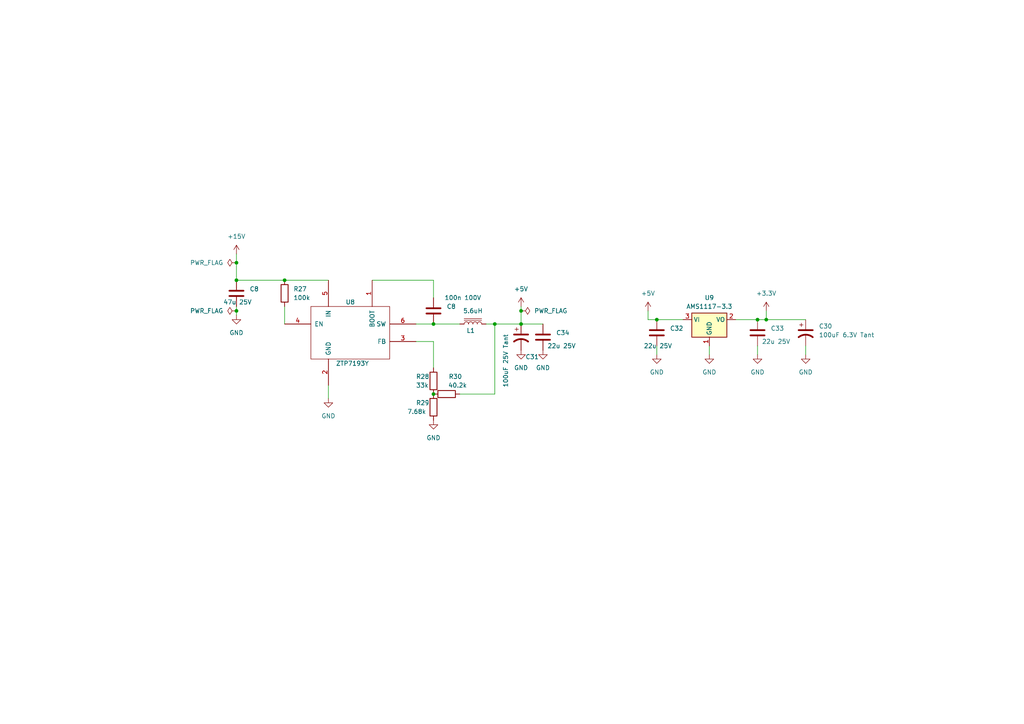
<source format=kicad_sch>
(kicad_sch (version 20230121) (generator eeschema)
  (paper "A4")
  (lib_symbols
    (symbol "Device:C" (pin_numbers hide) (pin_names (offset 0.254))
      (property "Reference" "C" (at 0.635 2.54 0))
      (property "Value" "C" (at 0.635 -2.54 0))
      (symbol "C_0_1"
        (polyline (pts (xy -2.032 -0.762) (xy 2.032 -0.762)) (stroke (width 0.508)))
        (polyline (pts (xy -2.032 0.762) (xy 2.032 0.762)) (stroke (width 0.508)))
      )
      (symbol "C_1_1"
        (pin passive line (at 0 3.81 270) (length 2.794) (name "~") (number "1"))
        (pin passive line (at 0 -3.81 90) (length 2.794) (name "~") (number "2"))
      )
    )
    (symbol "Device:C_Polarized_US" (pin_numbers hide) (pin_names (offset 0.254) hide)
      (property "Reference" "C" (at 0.635 2.54 0))
      (property "Value" "C_Polarized_US" (at 0.635 -2.54 0))
      (symbol "C_Polarized_US_0_1"
        (polyline (pts (xy -2.032 0.762) (xy 2.032 0.762)) (stroke (width 0.508)))
        (polyline (pts (xy -1.778 2.286) (xy -0.762 2.286)))
        (polyline (pts (xy -1.27 1.778) (xy -1.27 2.794)))
        (arc (start 2.032 -1.27) (mid 0 -0.5572) (end -2.032 -1.27) (stroke (width 0.508)))
      )
      (symbol "C_Polarized_US_1_1"
        (pin passive line (at 0 3.81 270) (length 2.794) (name "~") (number "1"))
        (pin passive line (at 0 -3.81 90) (length 3.302) (name "~") (number "2"))
      )
    )
    (symbol "Device:L_Iron" (pin_numbers hide) (pin_names (offset 1.016) hide)
      (property "Reference" "L" (at -1.27 0 90))
      (property "Value" "L_Iron" (at 2.794 0 90))
      (symbol "L_Iron_0_1"
        (arc (start 0 -2.54) (mid 0.6323 -1.905) (end 0 -1.27))
        (arc (start 0 -1.27) (mid 0.6323 -0.635) (end 0 0))
        (polyline (pts (xy 1.016 2.54) (xy 1.016 -2.54)))
        (polyline (pts (xy 1.524 -2.54) (xy 1.524 2.54)))
        (arc (start 0 0) (mid 0.6323 0.635) (end 0 1.27))
        (arc (start 0 1.27) (mid 0.6323 1.905) (end 0 2.54))
      )
      (symbol "L_Iron_1_1"
        (pin passive line (at 0 3.81 270) (length 1.27) (name "1") (number "1"))
        (pin passive line (at 0 -3.81 90) (length 1.27) (name "2") (number "2"))
      )
    )
    (symbol "Device:R" (pin_numbers hide) (pin_names (offset 0))
      (property "Reference" "R" (at 2.032 0 90))
      (property "Value" "R" (at 0 0 90))
      (symbol "R_0_1"
        (rectangle (start -1.016 -2.54) (end 1.016 2.54) (stroke (width 0.254)))
      )
      (symbol "R_1_1"
        (pin passive line (at 0 3.81 270) (length 1.27) (name "~") (number "1"))
        (pin passive line (at 0 -3.81 90) (length 1.27) (name "~") (number "2"))
      )
    )
    (symbol "GigaVescSymbols:ZTP7193Y" (pin_names (offset 1.016))
      (property "Reference" "U" (at 0 -2.54 0))
      (property "Value" "ZTP7193Y" (at 1.27 -8.89 0))
      (symbol "ZTP7193Y_1_0"
        (rectangle (start -11.43 -7.62) (end 11.43 7.62))
      )
      (symbol "ZTP7193Y_1_1"
        (pin input line (at 6.35 15.24 270) (length 7.62) (name "BOOT") (number "1"))
        (pin input line (at -6.35 -15.24 90) (length 7.62) (name "GND") (number "2"))
        (pin input line (at 19.05 -2.54 180) (length 7.62) (name "FB") (number "3"))
        (pin input line (at -19.05 2.54 0) (length 7.62) (name "EN") (number "4"))
        (pin input line (at -6.35 15.24 270) (length 7.62) (name "IN") (number "5"))
        (pin input line (at 19.05 2.54 180) (length 7.62) (name "SW") (number "6"))
      )
    )
    (symbol "Regulator_Linear:AMS1117-3.3"
      (property "Reference" "U" (at -3.81 3.175 0))
      (property "Value" "AMS1117-3.3" (at 0 3.175 0))
      (symbol "AMS1117-3.3_0_1"
        (rectangle (start -5.08 -5.08) (end 5.08 1.905) (stroke (width 0.254)) (fill (type background)))
      )
      (symbol "AMS1117-3.3_1_1"
        (pin power_in line (at 0 -7.62 90) (length 2.54) (name "GND") (number "1"))
        (pin power_out line (at 7.62 0 180) (length 2.54) (name "VO") (number "2"))
        (pin power_in line (at -7.62 0 0) (length 2.54) (name "VI") (number "3"))
      )
    )
    (symbol "power:+15V" (power) (pin_names (offset 0))
      (property "Value" "+15V" (at 0 3.556 0))
      (symbol "+15V_0_1"
        (polyline (pts (xy -0.762 1.27) (xy 0 2.54)))
        (polyline (pts (xy 0 0) (xy 0 2.54)))
        (polyline (pts (xy 0 2.54) (xy 0.762 1.27)))
      )
      (symbol "+15V_1_1"
        (pin power_in line (at 0 0 90) (length 0) hide (name "+15V") (number "1"))
      )
    )
    (symbol "power:+3.3V" (power) (pin_names (offset 0))
      (property "Value" "+3.3V" (at 0 3.556 0))
      (symbol "+3.3V_0_1"
        (polyline (pts (xy -0.762 1.27) (xy 0 2.54)))
        (polyline (pts (xy 0 0) (xy 0 2.54)))
        (polyline (pts (xy 0 2.54) (xy 0.762 1.27)))
      )
      (symbol "+3.3V_1_1"
        (pin power_in line (at 0 0 90) (length 0) hide (name "+3.3V") (number "1"))
      )
    )
    (symbol "power:+5V" (power) (pin_names (offset 0))
      (property "Value" "+5V" (at 0 3.556 0))
      (symbol "+5V_0_1"
        (polyline (pts (xy -0.762 1.27) (xy 0 2.54)))
        (polyline (pts (xy 0 0) (xy 0 2.54)))
        (polyline (pts (xy 0 2.54) (xy 0.762 1.27)))
      )
      (symbol "+5V_1_1"
        (pin power_in line (at 0 0 90) (length 0) hide (name "+5V") (number "1"))
      )
    )
    (symbol "power:GND" (power) (pin_names (offset 0))
      (property "Value" "GND" (at 0 -3.81 0))
      (symbol "GND_0_1"
        (polyline (pts (xy 0 0) (xy 0 -1.27) (xy 1.27 -1.27) (xy 0 -2.54) (xy -1.27 -1.27) (xy 0 -1.27)))
      )
      (symbol "GND_1_1"
        (pin power_in line (at 0 0 270) (length 0) hide (name "GND") (number "1"))
      )
    )
    (symbol "power:PWR_FLAG" (power) (pin_numbers hide) (pin_names (offset 0) hide)
      (property "Value" "PWR_FLAG" (at 0 3.81 0))
      (symbol "PWR_FLAG_0_0"
        (pin power_out line (at 0 0 90) (length 0) (name "pwr") (number "1"))
      )
      (symbol "PWR_FLAG_0_1"
        (polyline (pts (xy 0 0) (xy 0 1.27) (xy -1.016 1.905) (xy 0 2.54) (xy 1.016 1.905) (xy 0 1.27)))
      )
    )
  )
  (junction (at 190.5 92.71))
  (junction (at 151.13 93.98))
  (junction (at 125.73 93.98))
  (junction (at 143.51 93.98))
  (junction (at 82.55 81.28))
  (junction (at 222.25 92.71))
  (junction (at 68.58 81.28))
  (junction (at 219.71 92.71))
  (junction (at 68.58 76.2))
  (junction (at 68.58 90.17))
  (junction (at 151.13 90.17))
  (junction (at 125.73 114.3))
  (wire (pts (xy 233.68 100.33) (xy 233.68 102.87)))
  (wire (pts (xy 187.96 90.17) (xy 187.96 92.71)))
  (wire (pts (xy 68.58 81.28) (xy 82.55 81.28)))
  (wire (pts (xy 190.5 100.33) (xy 190.5 102.87)))
  (wire (pts (xy 133.35 114.3) (xy 143.51 114.3)))
  (wire (pts (xy 222.25 92.71) (xy 233.68 92.71)))
  (wire (pts (xy 205.74 100.33) (xy 205.74 102.87)))
  (wire (pts (xy 125.73 93.98) (xy 133.35 93.98)))
  (wire (pts (xy 68.58 90.17) (xy 68.58 91.44)))
  (wire (pts (xy 68.58 73.66) (xy 68.58 76.2)))
  (wire (pts (xy 151.13 93.98) (xy 157.48 93.98)))
  (wire (pts (xy 125.73 86.36) (xy 125.73 81.28)))
  (wire (pts (xy 95.25 111.76) (xy 95.25 115.57)))
  (wire (pts (xy 68.58 76.2) (xy 68.58 81.28)))
  (wire (pts (xy 187.96 92.71) (xy 190.5 92.71)))
  (wire (pts (xy 68.58 88.9) (xy 68.58 90.17)))
  (wire (pts (xy 190.5 92.71) (xy 198.12 92.71)))
  (wire (pts (xy 140.97 93.98) (xy 143.51 93.98)))
  (wire (pts (xy 143.51 114.3) (xy 143.51 93.98)))
  (wire (pts (xy 120.65 93.98) (xy 125.73 93.98)))
  (wire (pts (xy 151.13 90.17) (xy 151.13 93.98)))
  (wire (pts (xy 151.13 88.9) (xy 151.13 90.17)))
  (wire (pts (xy 125.73 106.68) (xy 125.73 99.06)))
  (wire (pts (xy 219.71 100.33) (xy 219.71 102.87)))
  (wire (pts (xy 219.71 92.71) (xy 222.25 92.71)))
  (wire (pts (xy 82.55 81.28) (xy 95.25 81.28)))
  (wire (pts (xy 107.95 81.28) (xy 125.73 81.28)))
  (wire (pts (xy 125.73 99.06) (xy 120.65 99.06)))
  (wire (pts (xy 213.36 92.71) (xy 219.71 92.71)))
  (wire (pts (xy 143.51 93.98) (xy 151.13 93.98)))
  (wire (pts (xy 82.55 88.9) (xy 82.55 93.98)))
  (wire (pts (xy 222.25 92.71) (xy 222.25 90.17)))
  (symbol (lib_id "power:GND") (at 68.58 91.44 0) (unit 1)
    (property "Reference" "#PWR08" (effects hide))
    (property "Value" "GND" (at 68.58 96.52 0))
    (instances (project "Barebone" (path "" (reference "#PWR08") (unit 1)) (path "" (reference "#PWR067") (unit 1))))
  )
  (symbol (lib_id "power:GND") (at 233.68 102.87 0) (unit 1)
    (property "Reference" "#PWR08" (effects hide))
    (property "Value" "GND" (at 233.68 107.95 0))
    (instances (project "Barebone" (path "" (reference "#PWR08") (unit 1)) (path "" (reference "#PWR079") (unit 1))))
  )
  (symbol (lib_id "Device:R") (at 125.73 118.11 0) (unit 1)
    (property "Reference" "R29" (at 120.65 116.84 0) (effects (justify left)))
    (property "Value" "7.68k" (at 118.11 119.38 0) (effects (justify left)))
    (property "Footprint" "Resistor_SMD:R_0805_2012Metric" (effects hide))
    (property "MPN" "C104506" (effects hide))
  )
  (symbol (lib_id "Device:C") (at 219.71 96.52 0) (unit 1)
    (property "Reference" "C33" (at 223.52 95.25 0) (effects (justify left)))
    (property "Value" "22u 25V" (at 220.98 99.06 0) (effects (justify left)))
    (property "Footprint" "Capacitor_SMD:C_1206_3216Metric" (effects hide))
  )
  (symbol (lib_id "power:GND") (at 190.5 102.87 0) (unit 1)
    (property "Reference" "#PWR08" (effects hide))
    (property "Value" "GND" (at 190.5 107.95 0))
    (instances (project "Barebone" (path "" (reference "#PWR08") (unit 1)) (path "" (reference "#PWR075") (unit 1))))
  )
  (symbol (lib_id "power:GND") (at 205.74 102.87 0) (unit 1)
    (property "Reference" "#PWR08" (effects hide))
    (property "Value" "GND" (at 205.74 107.95 0))
    (instances (project "Barebone" (path "" (reference "#PWR08") (unit 1)) (path "" (reference "#PWR076") (unit 1))))
  )
  (symbol (lib_id "power:PWR_FLAG") (at 151.13 90.17 270) (unit 1)
    (property "Reference" "#FLG02" (effects hide))
    (property "Value" "PWR_FLAG" (at 154.94 90.17 90) (effects (justify left)))
  )
  (symbol (lib_id "Device:R") (at 82.55 85.09 0) (unit 1)
    (property "Reference" "R27" (at 85.09 83.82 0) (effects (justify left)))
    (property "Value" "100k" (at 85.09 86.36 0) (effects (justify left)))
    (property "Footprint" "Resistor_SMD:R_0805_2012Metric" (effects hide))
    (property "MPN" "C149504" (effects hide))
  )
  (symbol (lib_id "Device:L_Iron") (at 137.16 93.98 90) (unit 1)
    (property "Reference" "L1" (at 136.525 95.885 90))
    (property "Value" "5.6uH" (at 137.16 90.17 90))
    (property "Footprint" "Inductor_SMD:L_Sunlord_SWPA5040S" (effects hide))
    (property "MPN" "C96924" (effects hide))
  )
  (symbol (lib_id "power:GND") (at 157.48 101.6 0) (unit 1)
    (property "Reference" "#PWR08" (effects hide))
    (property "Value" "GND" (at 157.48 106.68 0))
    (instances (project "Barebone" (path "" (reference "#PWR08") (unit 1)) (path "" (reference "#PWR084") (unit 1))))
  )
  (symbol (lib_id "power:+3.3V") (at 222.25 90.17 0) (unit 1)
    (property "Reference" "#PWR03" (effects hide))
    (property "Value" "+3.3V" (at 222.25 85.09 0))
    (instances (project "Barebone" (path "" (reference "#PWR03") (unit 1)) (path "" (reference "#PWR078") (unit 1))))
  )
  (symbol (lib_id "power:+5V") (at 187.96 90.17 0) (unit 1)
    (property "Reference" "#PWR074" (effects hide))
    (property "Value" "+5V" (at 187.96 85.09 0))
  )
  (symbol (lib_id "Regulator_Linear:AMS1117-3.3") (at 205.74 92.71 0) (unit 1)
    (property "Reference" "U9" (at 205.74 86.36 0))
    (property "Value" "AMS1117-3.3" (at 205.74 88.9 0))
    (property "Footprint" "Package_TO_SOT_SMD:SOT-223-3_TabPin2" (effects hide))
    (property "Datasheet" "http://www.advanced-monolithic.com/pdf/ds1117.pdf" (effects hide))
    (property "MPN" "C6186" (effects hide))
    (property "JLCRotOffset" "-180" (effects hide))
  )
  (symbol (lib_id "power:GND") (at 125.73 121.92 0) (unit 1)
    (property "Reference" "#PWR08" (effects hide))
    (property "Value" "GND" (at 125.73 127 0))
    (instances (project "Barebone" (path "" (reference "#PWR08") (unit 1)) (path "" (reference "#PWR069") (unit 1))))
  )
  (symbol (lib_id "power:GND") (at 219.71 102.87 0) (unit 1)
    (property "Reference" "#PWR08" (effects hide))
    (property "Value" "GND" (at 219.71 107.95 0))
    (instances (project "Barebone" (path "" (reference "#PWR08") (unit 1)) (path "" (reference "#PWR077") (unit 1))))
  )
  (symbol (lib_id "Device:C") (at 157.48 97.79 0) (unit 1)
    (property "Reference" "C34" (at 161.29 96.52 0) (effects (justify left)))
    (property "Value" "22u 25V" (at 158.75 100.33 0) (effects (justify left)))
    (property "Footprint" "Capacitor_SMD:C_1206_3216Metric" (effects hide))
  )
  (symbol (lib_id "Device:C") (at 68.58 85.09 0) (unit 1)
    (property "Reference" "C8" (at 72.39 83.82 0) (effects (justify left)))
    (property "Value" "47u 25V" (at 64.77 87.63 0) (effects (justify left)))
    (property "Footprint" "Capacitor_SMD:C_1206_3216Metric" (effects hide))
    (property "MPN" "C403725" (effects hide))
    (instances (project "Barebone" (path "" (reference "C8") (unit 1)) (path "" (reference "C28") (unit 1))))
  )
  (symbol (lib_id "power:PWR_FLAG") (at 68.58 76.2 90) (unit 1)
    (property "Reference" "#FLG01" (effects hide))
    (property "Value" "PWR_FLAG" (at 64.77 76.2 90) (effects (justify left)))
  )
  (symbol (lib_id "power:GND") (at 95.25 115.57 0) (unit 1)
    (property "Reference" "#PWR08" (effects hide))
    (property "Value" "GND" (at 95.25 120.65 0))
    (instances (project "Barebone" (path "" (reference "#PWR08") (unit 1)) (path "" (reference "#PWR068") (unit 1))))
  )
  (symbol (lib_id "GigaVescSymbols:ZTP7193Y") (at 101.6 96.52 0) (unit 1)
    (property "Reference" "U8" (at 101.6 87.63 0))
    (property "Value" "ZTP7193Y" (at 102.235 105.41 0))
    (property "Footprint" "Package_TO_SOT_SMD:TSOT-23-6" (effects hide))
    (property "Datasheet" "DOCUMENTATION" (effects hide))
    (property "MPN" "C481280" (effects hide))
    (property "JLCRotOffset" "-90" (effects hide))
  )
  (symbol (lib_id "Device:C") (at 190.5 96.52 0) (unit 1)
    (property "Reference" "C32" (at 194.31 95.25 0) (effects (justify left)))
    (property "Value" "22u 25V" (at 186.69 100.33 0) (effects (justify left)))
    (property "Footprint" "Capacitor_SMD:C_1206_3216Metric" (effects hide))
    (property "MPN" "C12891" (effects hide))
  )
  (symbol (lib_id "Device:C_Polarized_US") (at 151.13 97.79 0) (unit 1)
    (property "Reference" "C31" (at 152.4 103.505 0) (effects (justify left)))
    (property "Value" "100uF 25V Tant" (at 146.685 112.395 90) (effects (justify left)))
    (property "Footprint" "Capacitor_Tantalum_SMD:CP_EIA-7343-31_Kemet-D" (effects hide))
    (property "MPN" "C212710" (effects hide))
  )
  (symbol (lib_id "power:+15V") (at 68.58 73.66 0) (unit 1)
    (property "Reference" "#PWR072" (effects hide))
    (property "Value" "+15V" (at 68.58 68.58 0))
  )
  (symbol (lib_id "power:PWR_FLAG") (at 68.58 90.17 90) (unit 1)
    (property "Reference" "#FLG04" (effects hide))
    (property "Value" "PWR_FLAG" (at 64.77 90.17 90) (effects (justify left)))
  )
  (symbol (lib_id "power:GND") (at 151.13 101.6 0) (unit 1)
    (property "Reference" "#PWR08" (effects hide))
    (property "Value" "GND" (at 151.13 106.68 0))
    (instances (project "Barebone" (path "" (reference "#PWR08") (unit 1)) (path "" (reference "#PWR070") (unit 1))))
  )
  (symbol (lib_id "power:+5V") (at 151.13 88.9 0) (unit 1)
    (property "Reference" "#PWR071" (effects hide))
    (property "Value" "+5V" (at 151.13 83.82 0))
  )
  (symbol (lib_id "Device:R") (at 129.54 114.3 90) (unit 1)
    (property "Reference" "R30" (at 132.08 109.22 90))
    (property "Value" "40.2k" (at 132.715 111.76 90))
    (property "Footprint" "Resistor_SMD:R_0603_1608Metric" (effects hide))
    (property "MPN" "C12447" (effects hide))
  )
  (symbol (lib_id "Device:R") (at 125.73 110.49 0) (unit 1)
    (property "Reference" "R28" (at 120.65 109.22 0) (effects (justify left)))
    (property "Value" "33k" (at 120.65 111.76 0) (effects (justify left)))
    (property "Footprint" "Resistor_SMD:R_0805_2012Metric" (effects hide))
    (property "MPN" "C17633" (effects hide))
  )
  (symbol (lib_id "Device:C_Polarized_US") (at 233.68 96.52 0) (unit 1)
    (property "Reference" "C30" (at 237.49 94.615 0) (effects (justify left)))
    (property "Value" "100uF 6.3V Tant" (at 237.49 97.155 0) (effects (justify left)))
    (property "Footprint" "Capacitor_Tantalum_SMD:CP_EIA-3528-15_AVX-H" (effects hide))
    (property "MPN" "C16133" (effects hide))
  )
  (symbol (lib_id "Device:C") (at 125.73 90.17 0) (unit 1)
    (property "Reference" "C8" (at 129.54 88.9 0) (effects (justify left)))
    (property "Value" "100n 100V" (at 128.905 86.36 0) (effects (justify left)))
    (property "Footprint" "Capacitor_SMD:C_0805_2012Metric" (effects hide))
    (property "MPN" "C28233" (effects hide))
    (instances (project "Barebone" (path "" (reference "C8") (unit 1)) (path "" (reference "C29") (unit 1))))
  )
)
</source>
